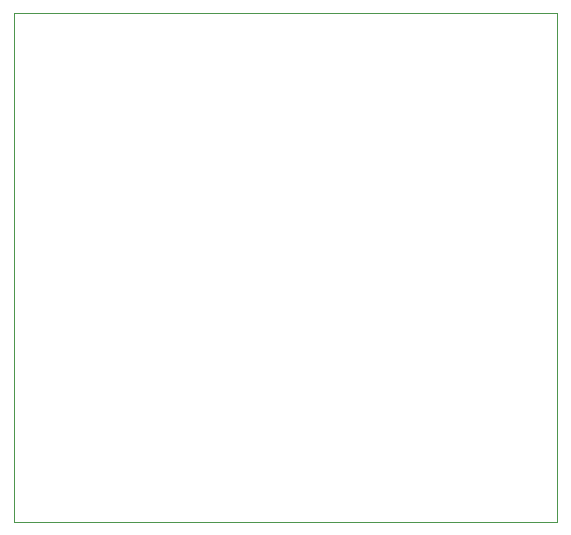
<source format=gbr>
G04 (created by PCBNEW (2013-may-18)-stable) date dim 05 jun 2016 14:26:50 CEST*
%MOIN*%
G04 Gerber Fmt 3.4, Leading zero omitted, Abs format*
%FSLAX34Y34*%
G01*
G70*
G90*
G04 APERTURE LIST*
%ADD10C,0.00590551*%
%ADD11C,0.00393701*%
G04 APERTURE END LIST*
G54D10*
G54D11*
X27800Y-10450D02*
X32400Y-10450D01*
X14300Y-10450D02*
X27800Y-10450D01*
X14300Y-27400D02*
X14300Y-10450D01*
X32400Y-27400D02*
X14300Y-27400D01*
X32400Y-10450D02*
X32400Y-27400D01*
M02*

</source>
